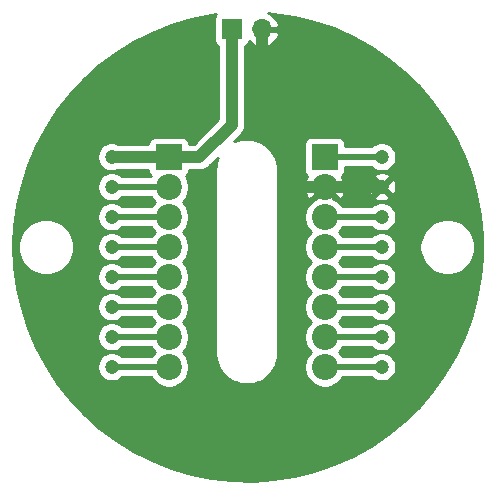
<source format=gbl>
%TF.GenerationSoftware,KiCad,Pcbnew,(5.1.9-0-10_14)*%
%TF.CreationDate,2024-01-22T23:17:15+01:00*%
%TF.ProjectId,berker-sensor,6265726b-6572-42d7-9365-6e736f722e6b,rev?*%
%TF.SameCoordinates,Original*%
%TF.FileFunction,Copper,L2,Bot*%
%TF.FilePolarity,Positive*%
%FSLAX46Y46*%
G04 Gerber Fmt 4.6, Leading zero omitted, Abs format (unit mm)*
G04 Created by KiCad (PCBNEW (5.1.9-0-10_14)) date 2024-01-22 23:17:15*
%MOMM*%
%LPD*%
G01*
G04 APERTURE LIST*
%TA.AperFunction,ComponentPad*%
%ADD10C,1.200000*%
%TD*%
%TA.AperFunction,ComponentPad*%
%ADD11O,1.700000X1.700000*%
%TD*%
%TA.AperFunction,ComponentPad*%
%ADD12R,1.700000X1.700000*%
%TD*%
%TA.AperFunction,ComponentPad*%
%ADD13C,2.200000*%
%TD*%
%TA.AperFunction,ComponentPad*%
%ADD14R,2.200000X2.200000*%
%TD*%
%TA.AperFunction,Conductor*%
%ADD15C,0.500000*%
%TD*%
%TA.AperFunction,Conductor*%
%ADD16C,1.000000*%
%TD*%
%TA.AperFunction,Conductor*%
%ADD17C,0.254000*%
%TD*%
%TA.AperFunction,Conductor*%
%ADD18C,0.100000*%
%TD*%
G04 APERTURE END LIST*
D10*
%TO.P,U1,8*%
%TO.N,Net-(J4-Pad8)*%
X11430000Y-10160000D03*
%TO.P,U1,9*%
%TO.N,Net-(J3-Pad8)*%
X-11430000Y-10160000D03*
%TO.P,U1,7*%
%TO.N,Net-(J4-Pad7)*%
X11430000Y-7620000D03*
%TO.P,U1,10*%
%TO.N,Net-(J3-Pad7)*%
X-11430000Y-7620000D03*
%TO.P,U1,6*%
%TO.N,Net-(J4-Pad6)*%
X11430000Y-5080000D03*
%TO.P,U1,11*%
%TO.N,Net-(J3-Pad6)*%
X-11430000Y-5080000D03*
%TO.P,U1,5*%
%TO.N,Net-(J4-Pad5)*%
X11430000Y-2540000D03*
%TO.P,U1,12*%
%TO.N,Net-(J3-Pad5)*%
X-11430000Y-2540000D03*
%TO.P,U1,4*%
%TO.N,Net-(J4-Pad4)*%
X11430000Y0D03*
%TO.P,U1,13*%
%TO.N,Net-(J3-Pad4)*%
X-11430000Y0D03*
%TO.P,U1,3*%
%TO.N,Net-(J4-Pad3)*%
X11430000Y2540000D03*
%TO.P,U1,14*%
%TO.N,Net-(J3-Pad3)*%
X-11430000Y2540000D03*
%TO.P,U1,2*%
%TO.N,GND*%
X11430000Y5080000D03*
%TO.P,U1,15*%
%TO.N,Net-(J3-Pad2)*%
X-11430000Y5080000D03*
%TO.P,U1,1*%
%TO.N,Net-(J4-Pad1)*%
X11430000Y7620000D03*
%TO.P,U1,16*%
%TO.N,+3V3*%
X-11430000Y7620000D03*
%TD*%
D11*
%TO.P,J1,2*%
%TO.N,GND*%
X1280000Y18400000D03*
D12*
%TO.P,J1,1*%
%TO.N,+3V3*%
X-1260000Y18400000D03*
%TD*%
D13*
%TO.P,J4,8*%
%TO.N,Net-(J4-Pad8)*%
X6600000Y-10180000D03*
%TO.P,J4,7*%
%TO.N,Net-(J4-Pad7)*%
X6600000Y-7640000D03*
%TO.P,J4,6*%
%TO.N,Net-(J4-Pad6)*%
X6600000Y-5100000D03*
%TO.P,J4,5*%
%TO.N,Net-(J4-Pad5)*%
X6600000Y-2560000D03*
%TO.P,J4,4*%
%TO.N,Net-(J4-Pad4)*%
X6600000Y-20000D03*
%TO.P,J4,3*%
%TO.N,Net-(J4-Pad3)*%
X6600000Y2520000D03*
%TO.P,J4,2*%
%TO.N,GND*%
X6600000Y5060000D03*
D14*
%TO.P,J4,1*%
%TO.N,Net-(J4-Pad1)*%
X6600000Y7600000D03*
%TD*%
D13*
%TO.P,J3,8*%
%TO.N,Net-(J3-Pad8)*%
X-6600000Y-10180000D03*
%TO.P,J3,7*%
%TO.N,Net-(J3-Pad7)*%
X-6600000Y-7640000D03*
%TO.P,J3,6*%
%TO.N,Net-(J3-Pad6)*%
X-6600000Y-5100000D03*
%TO.P,J3,5*%
%TO.N,Net-(J3-Pad5)*%
X-6600000Y-2560000D03*
%TO.P,J3,4*%
%TO.N,Net-(J3-Pad4)*%
X-6600000Y-20000D03*
%TO.P,J3,3*%
%TO.N,Net-(J3-Pad3)*%
X-6600000Y2520000D03*
%TO.P,J3,2*%
%TO.N,Net-(J3-Pad2)*%
X-6600000Y5060000D03*
D14*
%TO.P,J3,1*%
%TO.N,+3V3*%
X-6600000Y7600000D03*
%TD*%
D15*
%TO.N,GND*%
X6620000Y5080000D02*
X6600000Y5060000D01*
D16*
X11410000Y5060000D02*
X11430000Y5080000D01*
X6600000Y5060000D02*
X11410000Y5060000D01*
X4540000Y5060000D02*
X6600000Y5060000D01*
X3600000Y6000000D02*
X4540000Y5060000D01*
X1200000Y10500000D02*
X3400000Y8500000D01*
X3400000Y8500000D02*
X3600000Y6000000D01*
X1280000Y18400000D02*
X1200000Y10500000D01*
D15*
%TO.N,Net-(J3-Pad8)*%
X-6620000Y-10160000D02*
X-6600000Y-10180000D01*
X-11430000Y-10160000D02*
X-6620000Y-10160000D01*
%TO.N,Net-(J3-Pad7)*%
X-6620000Y-7620000D02*
X-6600000Y-7640000D01*
X-11430000Y-7620000D02*
X-6620000Y-7620000D01*
%TO.N,Net-(J3-Pad6)*%
X-6620000Y-5080000D02*
X-6600000Y-5100000D01*
X-11430000Y-5080000D02*
X-6620000Y-5080000D01*
%TO.N,Net-(J3-Pad5)*%
X-6620000Y-2540000D02*
X-6600000Y-2560000D01*
X-11430000Y-2540000D02*
X-6620000Y-2540000D01*
%TO.N,Net-(J3-Pad4)*%
X-6620000Y0D02*
X-6600000Y-20000D01*
X-11430000Y0D02*
X-6620000Y0D01*
%TO.N,Net-(J3-Pad3)*%
X-6620000Y2540000D02*
X-6600000Y2520000D01*
X-11430000Y2540000D02*
X-6620000Y2540000D01*
%TO.N,+3V3*%
X-6620000Y7620000D02*
X-6600000Y7600000D01*
X-11430000Y7620000D02*
X-6620000Y7620000D01*
D16*
X-1260000Y18400000D02*
X-1260000Y10340000D01*
X-4000000Y7600000D02*
X-6600000Y7600000D01*
X-1260000Y10340000D02*
X-4000000Y7600000D01*
X-11410000Y7600000D02*
X-11430000Y7620000D01*
X-6600000Y7600000D02*
X-11410000Y7600000D01*
D15*
%TO.N,Net-(J3-Pad2)*%
X-6620000Y5080000D02*
X-6600000Y5060000D01*
X-11430000Y5080000D02*
X-6620000Y5080000D01*
%TO.N,Net-(J4-Pad8)*%
X6620000Y-10160000D02*
X6600000Y-10180000D01*
X11430000Y-10160000D02*
X6620000Y-10160000D01*
%TO.N,Net-(J4-Pad7)*%
X6620000Y-7620000D02*
X6600000Y-7640000D01*
X11430000Y-7620000D02*
X6620000Y-7620000D01*
%TO.N,Net-(J4-Pad6)*%
X6620000Y-5080000D02*
X6600000Y-5100000D01*
X11430000Y-5080000D02*
X6620000Y-5080000D01*
%TO.N,Net-(J4-Pad5)*%
X6620000Y-2540000D02*
X6600000Y-2560000D01*
X11430000Y-2540000D02*
X6620000Y-2540000D01*
%TO.N,Net-(J4-Pad4)*%
X6620000Y0D02*
X6600000Y-20000D01*
X11430000Y0D02*
X6620000Y0D01*
%TO.N,Net-(J4-Pad3)*%
X6620000Y2540000D02*
X6600000Y2520000D01*
X11430000Y2540000D02*
X6620000Y2540000D01*
%TO.N,Net-(J4-Pad1)*%
X6620000Y7620000D02*
X6600000Y7600000D01*
X11430000Y7620000D02*
X6620000Y7620000D01*
D16*
X11410000Y7600000D02*
X11430000Y7620000D01*
%TD*%
D17*
%TO.N,GND*%
X2270244Y19748979D02*
X4004438Y19478241D01*
X5707919Y19055294D01*
X7367353Y18483449D01*
X8969754Y17767180D01*
X10502581Y16912094D01*
X11953837Y15924882D01*
X13312164Y14813272D01*
X14566931Y13585962D01*
X15708318Y12252559D01*
X16727393Y10823497D01*
X17616179Y9309962D01*
X18367721Y7723799D01*
X18976137Y6077421D01*
X19436664Y4383714D01*
X19745700Y2655933D01*
X19900825Y907600D01*
X19900825Y-847600D01*
X19745700Y-2595933D01*
X19436664Y-4323714D01*
X18976137Y-6017421D01*
X18367721Y-7663799D01*
X17616179Y-9249962D01*
X16727393Y-10763497D01*
X15708318Y-12192559D01*
X14566931Y-13525962D01*
X13312164Y-14753272D01*
X11953837Y-15864882D01*
X10502581Y-16852094D01*
X8969754Y-17707180D01*
X7367353Y-18423449D01*
X5707919Y-18995294D01*
X4004438Y-19418241D01*
X2270244Y-19688979D01*
X518908Y-19805389D01*
X-1235864Y-19766560D01*
X-2980336Y-19572796D01*
X-4700858Y-19225614D01*
X-6383963Y-18727731D01*
X-8016478Y-18083043D01*
X-9585628Y-17296596D01*
X-11079131Y-16374544D01*
X-12485299Y-15324105D01*
X-13793126Y-14153499D01*
X-14992377Y-12871889D01*
X-16073666Y-11489303D01*
X-17028532Y-10016563D01*
X-17849499Y-8465195D01*
X-18530144Y-6847341D01*
X-19065139Y-5175662D01*
X-19450298Y-3463242D01*
X-19682606Y-1723483D01*
X-19760244Y30000D01*
X-19751244Y233281D01*
X-19368540Y233281D01*
X-19368540Y-233281D01*
X-19277518Y-690878D01*
X-19098973Y-1121924D01*
X-18839765Y-1509856D01*
X-18509856Y-1839765D01*
X-18121924Y-2098973D01*
X-17690878Y-2277518D01*
X-17233281Y-2368540D01*
X-16766719Y-2368540D01*
X-16309122Y-2277518D01*
X-15878076Y-2098973D01*
X-15490144Y-1839765D01*
X-15160235Y-1509856D01*
X-14901027Y-1121924D01*
X-14722482Y-690878D01*
X-14631460Y-233281D01*
X-14631460Y233281D01*
X-14722482Y690878D01*
X-14901027Y1121924D01*
X-15160235Y1509856D01*
X-15490144Y1839765D01*
X-15878076Y2098973D01*
X-16309122Y2277518D01*
X-16766719Y2368540D01*
X-17233281Y2368540D01*
X-17690878Y2277518D01*
X-18121924Y2098973D01*
X-18509856Y1839765D01*
X-18839765Y1509856D01*
X-19098973Y1121924D01*
X-19277518Y690878D01*
X-19368540Y233281D01*
X-19751244Y233281D01*
X-19682606Y1783483D01*
X-19450298Y3523242D01*
X-19065139Y5235662D01*
X-18530144Y6907341D01*
X-17849499Y8525195D01*
X-17028532Y10076563D01*
X-16073666Y11549303D01*
X-14992377Y12931889D01*
X-13793126Y14213499D01*
X-12485299Y15384105D01*
X-11079131Y16434544D01*
X-9585628Y17356596D01*
X-8016478Y18143043D01*
X-6383963Y18787731D01*
X-4700858Y19285614D01*
X-2980336Y19632796D01*
X-2580900Y19677163D01*
X-2640537Y19604494D01*
X-2699502Y19494180D01*
X-2735812Y19374482D01*
X-2748072Y19250000D01*
X-2748072Y17550000D01*
X-2735812Y17425518D01*
X-2699502Y17305820D01*
X-2640537Y17195506D01*
X-2561185Y17098815D01*
X-2464494Y17019463D01*
X-2395000Y16982317D01*
X-2394999Y10810133D01*
X-4470131Y8735000D01*
X-4865375Y8735000D01*
X-4874188Y8824482D01*
X-4910498Y8944180D01*
X-4969463Y9054494D01*
X-5048815Y9151185D01*
X-5145506Y9230537D01*
X-5255820Y9289502D01*
X-5375518Y9325812D01*
X-5500000Y9338072D01*
X-7700000Y9338072D01*
X-7824482Y9325812D01*
X-7944180Y9289502D01*
X-8054494Y9230537D01*
X-8151185Y9151185D01*
X-8230537Y9054494D01*
X-8289502Y8944180D01*
X-8325812Y8824482D01*
X-8334625Y8735000D01*
X-10894637Y8735000D01*
X-11069764Y8807540D01*
X-11308363Y8855000D01*
X-11551637Y8855000D01*
X-11790236Y8807540D01*
X-12014992Y8714443D01*
X-12217267Y8579287D01*
X-12389287Y8407267D01*
X-12524443Y8204992D01*
X-12617540Y7980236D01*
X-12665000Y7741637D01*
X-12665000Y7498363D01*
X-12617540Y7259764D01*
X-12524443Y7035008D01*
X-12389287Y6832733D01*
X-12217267Y6660713D01*
X-12014992Y6525557D01*
X-11790236Y6432460D01*
X-11551637Y6385000D01*
X-11308363Y6385000D01*
X-11069764Y6432460D01*
X-10991206Y6465000D01*
X-8334625Y6465000D01*
X-8325812Y6375518D01*
X-8289502Y6255820D01*
X-8230537Y6145506D01*
X-8151185Y6048815D01*
X-8070310Y5982443D01*
X-8081965Y5965000D01*
X-10568446Y5965000D01*
X-10642733Y6039287D01*
X-10845008Y6174443D01*
X-11069764Y6267540D01*
X-11308363Y6315000D01*
X-11551637Y6315000D01*
X-11790236Y6267540D01*
X-12014992Y6174443D01*
X-12217267Y6039287D01*
X-12389287Y5867267D01*
X-12524443Y5664992D01*
X-12617540Y5440236D01*
X-12665000Y5201637D01*
X-12665000Y4958363D01*
X-12617540Y4719764D01*
X-12524443Y4495008D01*
X-12389287Y4292733D01*
X-12217267Y4120713D01*
X-12014992Y3985557D01*
X-11790236Y3892460D01*
X-11551637Y3845000D01*
X-11308363Y3845000D01*
X-11069764Y3892460D01*
X-10845008Y3985557D01*
X-10642733Y4120713D01*
X-10568446Y4195000D01*
X-8108692Y4195000D01*
X-7947663Y3954002D01*
X-7783661Y3790000D01*
X-7947663Y3625998D01*
X-8081965Y3425000D01*
X-10568446Y3425000D01*
X-10642733Y3499287D01*
X-10845008Y3634443D01*
X-11069764Y3727540D01*
X-11308363Y3775000D01*
X-11551637Y3775000D01*
X-11790236Y3727540D01*
X-12014992Y3634443D01*
X-12217267Y3499287D01*
X-12389287Y3327267D01*
X-12524443Y3124992D01*
X-12617540Y2900236D01*
X-12665000Y2661637D01*
X-12665000Y2418363D01*
X-12617540Y2179764D01*
X-12524443Y1955008D01*
X-12389287Y1752733D01*
X-12217267Y1580713D01*
X-12014992Y1445557D01*
X-11790236Y1352460D01*
X-11551637Y1305000D01*
X-11308363Y1305000D01*
X-11069764Y1352460D01*
X-10845008Y1445557D01*
X-10642733Y1580713D01*
X-10568446Y1655000D01*
X-8108692Y1655000D01*
X-7947663Y1414002D01*
X-7783661Y1250000D01*
X-7947663Y1085998D01*
X-8081965Y885000D01*
X-10568446Y885000D01*
X-10642733Y959287D01*
X-10845008Y1094443D01*
X-11069764Y1187540D01*
X-11308363Y1235000D01*
X-11551637Y1235000D01*
X-11790236Y1187540D01*
X-12014992Y1094443D01*
X-12217267Y959287D01*
X-12389287Y787267D01*
X-12524443Y584992D01*
X-12617540Y360236D01*
X-12665000Y121637D01*
X-12665000Y-121637D01*
X-12617540Y-360236D01*
X-12524443Y-584992D01*
X-12389287Y-787267D01*
X-12217267Y-959287D01*
X-12014992Y-1094443D01*
X-11790236Y-1187540D01*
X-11551637Y-1235000D01*
X-11308363Y-1235000D01*
X-11069764Y-1187540D01*
X-10845008Y-1094443D01*
X-10642733Y-959287D01*
X-10568446Y-885000D01*
X-8108692Y-885000D01*
X-7947663Y-1125998D01*
X-7783661Y-1290000D01*
X-7947663Y-1454002D01*
X-8081965Y-1655000D01*
X-10568446Y-1655000D01*
X-10642733Y-1580713D01*
X-10845008Y-1445557D01*
X-11069764Y-1352460D01*
X-11308363Y-1305000D01*
X-11551637Y-1305000D01*
X-11790236Y-1352460D01*
X-12014992Y-1445557D01*
X-12217267Y-1580713D01*
X-12389287Y-1752733D01*
X-12524443Y-1955008D01*
X-12617540Y-2179764D01*
X-12665000Y-2418363D01*
X-12665000Y-2661637D01*
X-12617540Y-2900236D01*
X-12524443Y-3124992D01*
X-12389287Y-3327267D01*
X-12217267Y-3499287D01*
X-12014992Y-3634443D01*
X-11790236Y-3727540D01*
X-11551637Y-3775000D01*
X-11308363Y-3775000D01*
X-11069764Y-3727540D01*
X-10845008Y-3634443D01*
X-10642733Y-3499287D01*
X-10568446Y-3425000D01*
X-8108692Y-3425000D01*
X-7947663Y-3665998D01*
X-7783661Y-3830000D01*
X-7947663Y-3994002D01*
X-8081965Y-4195000D01*
X-10568446Y-4195000D01*
X-10642733Y-4120713D01*
X-10845008Y-3985557D01*
X-11069764Y-3892460D01*
X-11308363Y-3845000D01*
X-11551637Y-3845000D01*
X-11790236Y-3892460D01*
X-12014992Y-3985557D01*
X-12217267Y-4120713D01*
X-12389287Y-4292733D01*
X-12524443Y-4495008D01*
X-12617540Y-4719764D01*
X-12665000Y-4958363D01*
X-12665000Y-5201637D01*
X-12617540Y-5440236D01*
X-12524443Y-5664992D01*
X-12389287Y-5867267D01*
X-12217267Y-6039287D01*
X-12014992Y-6174443D01*
X-11790236Y-6267540D01*
X-11551637Y-6315000D01*
X-11308363Y-6315000D01*
X-11069764Y-6267540D01*
X-10845008Y-6174443D01*
X-10642733Y-6039287D01*
X-10568446Y-5965000D01*
X-8108692Y-5965000D01*
X-7947663Y-6205998D01*
X-7783661Y-6370000D01*
X-7947663Y-6534002D01*
X-8081965Y-6735000D01*
X-10568446Y-6735000D01*
X-10642733Y-6660713D01*
X-10845008Y-6525557D01*
X-11069764Y-6432460D01*
X-11308363Y-6385000D01*
X-11551637Y-6385000D01*
X-11790236Y-6432460D01*
X-12014992Y-6525557D01*
X-12217267Y-6660713D01*
X-12389287Y-6832733D01*
X-12524443Y-7035008D01*
X-12617540Y-7259764D01*
X-12665000Y-7498363D01*
X-12665000Y-7741637D01*
X-12617540Y-7980236D01*
X-12524443Y-8204992D01*
X-12389287Y-8407267D01*
X-12217267Y-8579287D01*
X-12014992Y-8714443D01*
X-11790236Y-8807540D01*
X-11551637Y-8855000D01*
X-11308363Y-8855000D01*
X-11069764Y-8807540D01*
X-10845008Y-8714443D01*
X-10642733Y-8579287D01*
X-10568446Y-8505000D01*
X-8108692Y-8505000D01*
X-7947663Y-8745998D01*
X-7783661Y-8910000D01*
X-7947663Y-9074002D01*
X-8081965Y-9275000D01*
X-10568446Y-9275000D01*
X-10642733Y-9200713D01*
X-10845008Y-9065557D01*
X-11069764Y-8972460D01*
X-11308363Y-8925000D01*
X-11551637Y-8925000D01*
X-11790236Y-8972460D01*
X-12014992Y-9065557D01*
X-12217267Y-9200713D01*
X-12389287Y-9372733D01*
X-12524443Y-9575008D01*
X-12617540Y-9799764D01*
X-12665000Y-10038363D01*
X-12665000Y-10281637D01*
X-12617540Y-10520236D01*
X-12524443Y-10744992D01*
X-12389287Y-10947267D01*
X-12217267Y-11119287D01*
X-12014992Y-11254443D01*
X-11790236Y-11347540D01*
X-11551637Y-11395000D01*
X-11308363Y-11395000D01*
X-11069764Y-11347540D01*
X-10845008Y-11254443D01*
X-10642733Y-11119287D01*
X-10568446Y-11045000D01*
X-8108692Y-11045000D01*
X-7947663Y-11285998D01*
X-7705998Y-11527663D01*
X-7421831Y-11717537D01*
X-7106081Y-11848325D01*
X-6770883Y-11915000D01*
X-6429117Y-11915000D01*
X-6093919Y-11848325D01*
X-5778169Y-11717537D01*
X-5494002Y-11527663D01*
X-5252337Y-11285998D01*
X-5062463Y-11001831D01*
X-4931675Y-10686081D01*
X-4865000Y-10350883D01*
X-4865000Y-10009117D01*
X-4931675Y-9673919D01*
X-5062463Y-9358169D01*
X-5252337Y-9074002D01*
X-5416339Y-8910000D01*
X-5252337Y-8745998D01*
X-5062463Y-8461831D01*
X-4931675Y-8146081D01*
X-4865000Y-7810883D01*
X-4865000Y-7469117D01*
X-4931675Y-7133919D01*
X-5062463Y-6818169D01*
X-5252337Y-6534002D01*
X-5416339Y-6370000D01*
X-5252337Y-6205998D01*
X-5062463Y-5921831D01*
X-4931675Y-5606081D01*
X-4865000Y-5270883D01*
X-4865000Y-4929117D01*
X-4931675Y-4593919D01*
X-5062463Y-4278169D01*
X-5252337Y-3994002D01*
X-5416339Y-3830000D01*
X-5252337Y-3665998D01*
X-5062463Y-3381831D01*
X-4931675Y-3066081D01*
X-4865000Y-2730883D01*
X-4865000Y-2389117D01*
X-4931675Y-2053919D01*
X-5062463Y-1738169D01*
X-5252337Y-1454002D01*
X-5416339Y-1290000D01*
X-5252337Y-1125998D01*
X-5062463Y-841831D01*
X-4931675Y-526081D01*
X-4865000Y-190883D01*
X-4865000Y150883D01*
X-4931675Y486081D01*
X-5062463Y801831D01*
X-5252337Y1085998D01*
X-5416339Y1250000D01*
X-5252337Y1414002D01*
X-5062463Y1698169D01*
X-4931675Y2013919D01*
X-4865000Y2349117D01*
X-4865000Y2690883D01*
X-4931675Y3026081D01*
X-5062463Y3341831D01*
X-5252337Y3625998D01*
X-5416339Y3790000D01*
X-5252337Y3954002D01*
X-5062463Y4238169D01*
X-4931675Y4553919D01*
X-4865000Y4889117D01*
X-4865000Y5230883D01*
X-4931675Y5566081D01*
X-5062463Y5881831D01*
X-5129690Y5982443D01*
X-5048815Y6048815D01*
X-4969463Y6145506D01*
X-4910498Y6255820D01*
X-4874188Y6375518D01*
X-4865375Y6465000D01*
X-4055751Y6465000D01*
X-4000000Y6459509D01*
X-3944249Y6465000D01*
X-3944248Y6465000D01*
X-3777501Y6481423D01*
X-3563553Y6546324D01*
X-3366377Y6651716D01*
X-3193551Y6793551D01*
X-3158004Y6836865D01*
X-2438120Y7556748D01*
X-2454632Y7516687D01*
X-2478198Y7461704D01*
X-2480923Y7452901D01*
X-2593741Y7079230D01*
X-2605361Y7020542D01*
X-2617797Y6962039D01*
X-2618760Y6952874D01*
X-2656850Y6564405D01*
X-2660000Y6532418D01*
X-2659999Y-9032419D01*
X-2656655Y-9066372D01*
X-2656655Y-9092329D01*
X-2655692Y-9101494D01*
X-2612182Y-9489393D01*
X-2599751Y-9547873D01*
X-2588127Y-9606583D01*
X-2585401Y-9615386D01*
X-2467377Y-9987447D01*
X-2443811Y-10042430D01*
X-2421016Y-10097736D01*
X-2416633Y-10105842D01*
X-2228589Y-10447892D01*
X-2194812Y-10497221D01*
X-2161691Y-10547074D01*
X-2155816Y-10554174D01*
X-1904916Y-10853185D01*
X-1862186Y-10895029D01*
X-1820027Y-10937484D01*
X-1812886Y-10943308D01*
X-1508684Y-11187892D01*
X-1458639Y-11220640D01*
X-1409038Y-11254097D01*
X-1400901Y-11258423D01*
X-1054989Y-11439262D01*
X-999540Y-11461665D01*
X-944381Y-11484852D01*
X-935559Y-11487515D01*
X-561109Y-11597722D01*
X-502379Y-11608925D01*
X-443750Y-11620960D01*
X-434579Y-11621859D01*
X-45853Y-11657235D01*
X13964Y-11656817D01*
X73781Y-11657235D01*
X82952Y-11656335D01*
X82954Y-11656335D01*
X471145Y-11615534D01*
X529708Y-11603513D01*
X588501Y-11592298D01*
X597323Y-11589634D01*
X970198Y-11474210D01*
X1025353Y-11451025D01*
X1080806Y-11428621D01*
X1088943Y-11424294D01*
X1432298Y-11238643D01*
X1481849Y-11205220D01*
X1531946Y-11172438D01*
X1539087Y-11166613D01*
X1839841Y-10917806D01*
X1881981Y-10875371D01*
X1924730Y-10833508D01*
X1930604Y-10826408D01*
X2177305Y-10523923D01*
X2210409Y-10474096D01*
X2244204Y-10424741D01*
X2248587Y-10416635D01*
X2431837Y-10071993D01*
X2454631Y-10016689D01*
X2478198Y-9961705D01*
X2480923Y-9952902D01*
X2593741Y-9579230D01*
X2605361Y-9520542D01*
X2617797Y-9462039D01*
X2618760Y-9452874D01*
X2656850Y-9064405D01*
X2656850Y-9064402D01*
X2660000Y-9032419D01*
X2660000Y2690883D01*
X4865000Y2690883D01*
X4865000Y2349117D01*
X4931675Y2013919D01*
X5062463Y1698169D01*
X5252337Y1414002D01*
X5416339Y1250000D01*
X5252337Y1085998D01*
X5062463Y801831D01*
X4931675Y486081D01*
X4865000Y150883D01*
X4865000Y-190883D01*
X4931675Y-526081D01*
X5062463Y-841831D01*
X5252337Y-1125998D01*
X5416339Y-1290000D01*
X5252337Y-1454002D01*
X5062463Y-1738169D01*
X4931675Y-2053919D01*
X4865000Y-2389117D01*
X4865000Y-2730883D01*
X4931675Y-3066081D01*
X5062463Y-3381831D01*
X5252337Y-3665998D01*
X5416339Y-3830000D01*
X5252337Y-3994002D01*
X5062463Y-4278169D01*
X4931675Y-4593919D01*
X4865000Y-4929117D01*
X4865000Y-5270883D01*
X4931675Y-5606081D01*
X5062463Y-5921831D01*
X5252337Y-6205998D01*
X5416339Y-6370000D01*
X5252337Y-6534002D01*
X5062463Y-6818169D01*
X4931675Y-7133919D01*
X4865000Y-7469117D01*
X4865000Y-7810883D01*
X4931675Y-8146081D01*
X5062463Y-8461831D01*
X5252337Y-8745998D01*
X5416339Y-8910000D01*
X5252337Y-9074002D01*
X5062463Y-9358169D01*
X4931675Y-9673919D01*
X4865000Y-10009117D01*
X4865000Y-10350883D01*
X4931675Y-10686081D01*
X5062463Y-11001831D01*
X5252337Y-11285998D01*
X5494002Y-11527663D01*
X5778169Y-11717537D01*
X6093919Y-11848325D01*
X6429117Y-11915000D01*
X6770883Y-11915000D01*
X7106081Y-11848325D01*
X7421831Y-11717537D01*
X7705998Y-11527663D01*
X7947663Y-11285998D01*
X8108692Y-11045000D01*
X10568446Y-11045000D01*
X10642733Y-11119287D01*
X10845008Y-11254443D01*
X11069764Y-11347540D01*
X11308363Y-11395000D01*
X11551637Y-11395000D01*
X11790236Y-11347540D01*
X12014992Y-11254443D01*
X12217267Y-11119287D01*
X12389287Y-10947267D01*
X12524443Y-10744992D01*
X12617540Y-10520236D01*
X12665000Y-10281637D01*
X12665000Y-10038363D01*
X12617540Y-9799764D01*
X12524443Y-9575008D01*
X12389287Y-9372733D01*
X12217267Y-9200713D01*
X12014992Y-9065557D01*
X11790236Y-8972460D01*
X11551637Y-8925000D01*
X11308363Y-8925000D01*
X11069764Y-8972460D01*
X10845008Y-9065557D01*
X10642733Y-9200713D01*
X10568446Y-9275000D01*
X8081965Y-9275000D01*
X7947663Y-9074002D01*
X7783661Y-8910000D01*
X7947663Y-8745998D01*
X8108692Y-8505000D01*
X10568446Y-8505000D01*
X10642733Y-8579287D01*
X10845008Y-8714443D01*
X11069764Y-8807540D01*
X11308363Y-8855000D01*
X11551637Y-8855000D01*
X11790236Y-8807540D01*
X12014992Y-8714443D01*
X12217267Y-8579287D01*
X12389287Y-8407267D01*
X12524443Y-8204992D01*
X12617540Y-7980236D01*
X12665000Y-7741637D01*
X12665000Y-7498363D01*
X12617540Y-7259764D01*
X12524443Y-7035008D01*
X12389287Y-6832733D01*
X12217267Y-6660713D01*
X12014992Y-6525557D01*
X11790236Y-6432460D01*
X11551637Y-6385000D01*
X11308363Y-6385000D01*
X11069764Y-6432460D01*
X10845008Y-6525557D01*
X10642733Y-6660713D01*
X10568446Y-6735000D01*
X8081965Y-6735000D01*
X7947663Y-6534002D01*
X7783661Y-6370000D01*
X7947663Y-6205998D01*
X8108692Y-5965000D01*
X10568446Y-5965000D01*
X10642733Y-6039287D01*
X10845008Y-6174443D01*
X11069764Y-6267540D01*
X11308363Y-6315000D01*
X11551637Y-6315000D01*
X11790236Y-6267540D01*
X12014992Y-6174443D01*
X12217267Y-6039287D01*
X12389287Y-5867267D01*
X12524443Y-5664992D01*
X12617540Y-5440236D01*
X12665000Y-5201637D01*
X12665000Y-4958363D01*
X12617540Y-4719764D01*
X12524443Y-4495008D01*
X12389287Y-4292733D01*
X12217267Y-4120713D01*
X12014992Y-3985557D01*
X11790236Y-3892460D01*
X11551637Y-3845000D01*
X11308363Y-3845000D01*
X11069764Y-3892460D01*
X10845008Y-3985557D01*
X10642733Y-4120713D01*
X10568446Y-4195000D01*
X8081965Y-4195000D01*
X7947663Y-3994002D01*
X7783661Y-3830000D01*
X7947663Y-3665998D01*
X8108692Y-3425000D01*
X10568446Y-3425000D01*
X10642733Y-3499287D01*
X10845008Y-3634443D01*
X11069764Y-3727540D01*
X11308363Y-3775000D01*
X11551637Y-3775000D01*
X11790236Y-3727540D01*
X12014992Y-3634443D01*
X12217267Y-3499287D01*
X12389287Y-3327267D01*
X12524443Y-3124992D01*
X12617540Y-2900236D01*
X12665000Y-2661637D01*
X12665000Y-2418363D01*
X12617540Y-2179764D01*
X12524443Y-1955008D01*
X12389287Y-1752733D01*
X12217267Y-1580713D01*
X12014992Y-1445557D01*
X11790236Y-1352460D01*
X11551637Y-1305000D01*
X11308363Y-1305000D01*
X11069764Y-1352460D01*
X10845008Y-1445557D01*
X10642733Y-1580713D01*
X10568446Y-1655000D01*
X8081965Y-1655000D01*
X7947663Y-1454002D01*
X7783661Y-1290000D01*
X7947663Y-1125998D01*
X8108692Y-885000D01*
X10568446Y-885000D01*
X10642733Y-959287D01*
X10845008Y-1094443D01*
X11069764Y-1187540D01*
X11308363Y-1235000D01*
X11551637Y-1235000D01*
X11790236Y-1187540D01*
X12014992Y-1094443D01*
X12217267Y-959287D01*
X12389287Y-787267D01*
X12524443Y-584992D01*
X12617540Y-360236D01*
X12665000Y-121637D01*
X12665000Y121637D01*
X12642793Y233281D01*
X14631460Y233281D01*
X14631460Y-233281D01*
X14722482Y-690878D01*
X14901027Y-1121924D01*
X15160235Y-1509856D01*
X15490144Y-1839765D01*
X15878076Y-2098973D01*
X16309122Y-2277518D01*
X16766719Y-2368540D01*
X17233281Y-2368540D01*
X17690878Y-2277518D01*
X18121924Y-2098973D01*
X18509856Y-1839765D01*
X18839765Y-1509856D01*
X19098973Y-1121924D01*
X19277518Y-690878D01*
X19368540Y-233281D01*
X19368540Y233281D01*
X19277518Y690878D01*
X19098973Y1121924D01*
X18839765Y1509856D01*
X18509856Y1839765D01*
X18121924Y2098973D01*
X17690878Y2277518D01*
X17233281Y2368540D01*
X16766719Y2368540D01*
X16309122Y2277518D01*
X15878076Y2098973D01*
X15490144Y1839765D01*
X15160235Y1509856D01*
X14901027Y1121924D01*
X14722482Y690878D01*
X14631460Y233281D01*
X12642793Y233281D01*
X12617540Y360236D01*
X12524443Y584992D01*
X12389287Y787267D01*
X12217267Y959287D01*
X12014992Y1094443D01*
X11790236Y1187540D01*
X11551637Y1235000D01*
X11308363Y1235000D01*
X11069764Y1187540D01*
X10845008Y1094443D01*
X10642733Y959287D01*
X10568446Y885000D01*
X8081965Y885000D01*
X7947663Y1085998D01*
X7783661Y1250000D01*
X7947663Y1414002D01*
X8108692Y1655000D01*
X10568446Y1655000D01*
X10642733Y1580713D01*
X10845008Y1445557D01*
X11069764Y1352460D01*
X11308363Y1305000D01*
X11551637Y1305000D01*
X11790236Y1352460D01*
X12014992Y1445557D01*
X12217267Y1580713D01*
X12389287Y1752733D01*
X12524443Y1955008D01*
X12617540Y2179764D01*
X12665000Y2418363D01*
X12665000Y2661637D01*
X12617540Y2900236D01*
X12524443Y3124992D01*
X12389287Y3327267D01*
X12217267Y3499287D01*
X12014992Y3634443D01*
X11790236Y3727540D01*
X11551637Y3775000D01*
X11308363Y3775000D01*
X11069764Y3727540D01*
X10845008Y3634443D01*
X10642733Y3499287D01*
X10568446Y3425000D01*
X8081965Y3425000D01*
X7947663Y3625998D01*
X7705998Y3867663D01*
X7424926Y4055469D01*
X6600000Y4880395D01*
X5775074Y4055469D01*
X5494002Y3867663D01*
X5252337Y3625998D01*
X5062463Y3341831D01*
X4931675Y3026081D01*
X4865000Y2690883D01*
X2660000Y2690883D01*
X2660000Y5001361D01*
X4857591Y5001361D01*
X4902511Y4662561D01*
X5012664Y4339034D01*
X5118662Y4140726D01*
X5393288Y4032893D01*
X6420395Y5060000D01*
X6406253Y5074143D01*
X6585858Y5253748D01*
X6600000Y5239605D01*
X6614143Y5253748D01*
X6793748Y5074143D01*
X6779605Y5060000D01*
X7806712Y4032893D01*
X8081338Y4140726D01*
X8125377Y4230236D01*
X10759841Y4230236D01*
X10807148Y4006652D01*
X11028516Y3905763D01*
X11265313Y3850000D01*
X11508438Y3841505D01*
X11748549Y3880605D01*
X11976418Y3965798D01*
X12052852Y4006652D01*
X12100159Y4230236D01*
X11430000Y4900395D01*
X10759841Y4230236D01*
X8125377Y4230236D01*
X8232216Y4447384D01*
X8320369Y4777585D01*
X8334843Y5001562D01*
X10191505Y5001562D01*
X10230605Y4761451D01*
X10315798Y4533582D01*
X10356652Y4457148D01*
X10580236Y4409841D01*
X11250395Y5080000D01*
X11609605Y5080000D01*
X12279764Y4409841D01*
X12503348Y4457148D01*
X12604237Y4678516D01*
X12660000Y4915313D01*
X12668495Y5158438D01*
X12629395Y5398549D01*
X12544202Y5626418D01*
X12503348Y5702852D01*
X12279764Y5750159D01*
X11609605Y5080000D01*
X11250395Y5080000D01*
X10580236Y5750159D01*
X10356652Y5702852D01*
X10255763Y5481484D01*
X10200000Y5244687D01*
X10191505Y5001562D01*
X8334843Y5001562D01*
X8342409Y5118639D01*
X8297489Y5457439D01*
X8187336Y5780966D01*
X8107802Y5929764D01*
X10759841Y5929764D01*
X11430000Y5259605D01*
X12100159Y5929764D01*
X12052852Y6153348D01*
X11831484Y6254237D01*
X11594687Y6310000D01*
X11351562Y6318495D01*
X11111451Y6279395D01*
X10883582Y6194202D01*
X10807148Y6153348D01*
X10759841Y5929764D01*
X8107802Y5929764D01*
X8081338Y5979274D01*
X8071267Y5983228D01*
X8151185Y6048815D01*
X8230537Y6145506D01*
X8289502Y6255820D01*
X8325812Y6375518D01*
X8338072Y6500000D01*
X8338072Y6735000D01*
X10568446Y6735000D01*
X10642733Y6660713D01*
X10845008Y6525557D01*
X11069764Y6432460D01*
X11308363Y6385000D01*
X11551637Y6385000D01*
X11790236Y6432460D01*
X12014992Y6525557D01*
X12217267Y6660713D01*
X12389287Y6832733D01*
X12524443Y7035008D01*
X12617540Y7259764D01*
X12665000Y7498363D01*
X12665000Y7741637D01*
X12617540Y7980236D01*
X12524443Y8204992D01*
X12389287Y8407267D01*
X12217267Y8579287D01*
X12014992Y8714443D01*
X11790236Y8807540D01*
X11551637Y8855000D01*
X11308363Y8855000D01*
X11069764Y8807540D01*
X10845008Y8714443D01*
X10642733Y8579287D01*
X10568446Y8505000D01*
X8338072Y8505000D01*
X8338072Y8700000D01*
X8325812Y8824482D01*
X8289502Y8944180D01*
X8230537Y9054494D01*
X8151185Y9151185D01*
X8054494Y9230537D01*
X7944180Y9289502D01*
X7824482Y9325812D01*
X7700000Y9338072D01*
X5500000Y9338072D01*
X5375518Y9325812D01*
X5255820Y9289502D01*
X5145506Y9230537D01*
X5048815Y9151185D01*
X4969463Y9054494D01*
X4910498Y8944180D01*
X4874188Y8824482D01*
X4861928Y8700000D01*
X4861928Y6500000D01*
X4874188Y6375518D01*
X4910498Y6255820D01*
X4969463Y6145506D01*
X5048815Y6048815D01*
X5128733Y5983228D01*
X5118662Y5979274D01*
X4967784Y5672616D01*
X4879631Y5342415D01*
X4857591Y5001361D01*
X2660000Y5001361D01*
X2660000Y6532419D01*
X2656655Y6566382D01*
X2656655Y6592329D01*
X2655692Y6601493D01*
X2612182Y6989393D01*
X2599751Y7047873D01*
X2588127Y7106583D01*
X2585401Y7115386D01*
X2467377Y7487447D01*
X2443834Y7542377D01*
X2421017Y7597736D01*
X2416633Y7605842D01*
X2228589Y7947892D01*
X2194823Y7997205D01*
X2161691Y8047074D01*
X2155816Y8054174D01*
X1904916Y8353185D01*
X1862203Y8395013D01*
X1820027Y8437484D01*
X1812886Y8443308D01*
X1508685Y8687892D01*
X1458622Y8720652D01*
X1409038Y8754097D01*
X1400901Y8758423D01*
X1054988Y8939262D01*
X999553Y8961659D01*
X944381Y8984852D01*
X935559Y8987515D01*
X561109Y9097722D01*
X502379Y9108925D01*
X443750Y9120960D01*
X434579Y9121859D01*
X45853Y9157235D01*
X-13964Y9156817D01*
X-73781Y9157235D01*
X-82953Y9156335D01*
X-82955Y9156335D01*
X-471145Y9115534D01*
X-529701Y9103514D01*
X-588502Y9092298D01*
X-597323Y9089634D01*
X-970198Y8974210D01*
X-1025353Y8951025D01*
X-1056378Y8938490D01*
X-496859Y9498009D01*
X-453551Y9533551D01*
X-311716Y9706377D01*
X-206324Y9903553D01*
X-156529Y10067705D01*
X-141423Y10117500D01*
X-139356Y10138493D01*
X-125000Y10284248D01*
X-125000Y10284255D01*
X-119510Y10339999D01*
X-125000Y10395743D01*
X-125000Y16982317D01*
X-55506Y17019463D01*
X41185Y17098815D01*
X120537Y17195506D01*
X179502Y17305820D01*
X203966Y17386466D01*
X279731Y17302412D01*
X513080Y17128359D01*
X775901Y17003175D01*
X923110Y16958524D01*
X1153000Y17079845D01*
X1153000Y18273000D01*
X1407000Y18273000D01*
X1407000Y17079845D01*
X1636890Y16958524D01*
X1784099Y17003175D01*
X2046920Y17128359D01*
X2280269Y17302412D01*
X2475178Y17518645D01*
X2624157Y17768748D01*
X2721481Y18043109D01*
X2600814Y18273000D01*
X1407000Y18273000D01*
X1153000Y18273000D01*
X1133000Y18273000D01*
X1133000Y18527000D01*
X1153000Y18527000D01*
X1153000Y18547000D01*
X1407000Y18547000D01*
X1407000Y18527000D01*
X2600814Y18527000D01*
X2721481Y18756891D01*
X2624157Y19031252D01*
X2475178Y19281355D01*
X2280269Y19497588D01*
X2046920Y19671641D01*
X1821997Y19778774D01*
X2270244Y19748979D01*
%TA.AperFunction,Conductor*%
D18*
G36*
X2270244Y19748979D02*
G01*
X4004438Y19478241D01*
X5707919Y19055294D01*
X7367353Y18483449D01*
X8969754Y17767180D01*
X10502581Y16912094D01*
X11953837Y15924882D01*
X13312164Y14813272D01*
X14566931Y13585962D01*
X15708318Y12252559D01*
X16727393Y10823497D01*
X17616179Y9309962D01*
X18367721Y7723799D01*
X18976137Y6077421D01*
X19436664Y4383714D01*
X19745700Y2655933D01*
X19900825Y907600D01*
X19900825Y-847600D01*
X19745700Y-2595933D01*
X19436664Y-4323714D01*
X18976137Y-6017421D01*
X18367721Y-7663799D01*
X17616179Y-9249962D01*
X16727393Y-10763497D01*
X15708318Y-12192559D01*
X14566931Y-13525962D01*
X13312164Y-14753272D01*
X11953837Y-15864882D01*
X10502581Y-16852094D01*
X8969754Y-17707180D01*
X7367353Y-18423449D01*
X5707919Y-18995294D01*
X4004438Y-19418241D01*
X2270244Y-19688979D01*
X518908Y-19805389D01*
X-1235864Y-19766560D01*
X-2980336Y-19572796D01*
X-4700858Y-19225614D01*
X-6383963Y-18727731D01*
X-8016478Y-18083043D01*
X-9585628Y-17296596D01*
X-11079131Y-16374544D01*
X-12485299Y-15324105D01*
X-13793126Y-14153499D01*
X-14992377Y-12871889D01*
X-16073666Y-11489303D01*
X-17028532Y-10016563D01*
X-17849499Y-8465195D01*
X-18530144Y-6847341D01*
X-19065139Y-5175662D01*
X-19450298Y-3463242D01*
X-19682606Y-1723483D01*
X-19760244Y30000D01*
X-19751244Y233281D01*
X-19368540Y233281D01*
X-19368540Y-233281D01*
X-19277518Y-690878D01*
X-19098973Y-1121924D01*
X-18839765Y-1509856D01*
X-18509856Y-1839765D01*
X-18121924Y-2098973D01*
X-17690878Y-2277518D01*
X-17233281Y-2368540D01*
X-16766719Y-2368540D01*
X-16309122Y-2277518D01*
X-15878076Y-2098973D01*
X-15490144Y-1839765D01*
X-15160235Y-1509856D01*
X-14901027Y-1121924D01*
X-14722482Y-690878D01*
X-14631460Y-233281D01*
X-14631460Y233281D01*
X-14722482Y690878D01*
X-14901027Y1121924D01*
X-15160235Y1509856D01*
X-15490144Y1839765D01*
X-15878076Y2098973D01*
X-16309122Y2277518D01*
X-16766719Y2368540D01*
X-17233281Y2368540D01*
X-17690878Y2277518D01*
X-18121924Y2098973D01*
X-18509856Y1839765D01*
X-18839765Y1509856D01*
X-19098973Y1121924D01*
X-19277518Y690878D01*
X-19368540Y233281D01*
X-19751244Y233281D01*
X-19682606Y1783483D01*
X-19450298Y3523242D01*
X-19065139Y5235662D01*
X-18530144Y6907341D01*
X-17849499Y8525195D01*
X-17028532Y10076563D01*
X-16073666Y11549303D01*
X-14992377Y12931889D01*
X-13793126Y14213499D01*
X-12485299Y15384105D01*
X-11079131Y16434544D01*
X-9585628Y17356596D01*
X-8016478Y18143043D01*
X-6383963Y18787731D01*
X-4700858Y19285614D01*
X-2980336Y19632796D01*
X-2580900Y19677163D01*
X-2640537Y19604494D01*
X-2699502Y19494180D01*
X-2735812Y19374482D01*
X-2748072Y19250000D01*
X-2748072Y17550000D01*
X-2735812Y17425518D01*
X-2699502Y17305820D01*
X-2640537Y17195506D01*
X-2561185Y17098815D01*
X-2464494Y17019463D01*
X-2395000Y16982317D01*
X-2394999Y10810133D01*
X-4470131Y8735000D01*
X-4865375Y8735000D01*
X-4874188Y8824482D01*
X-4910498Y8944180D01*
X-4969463Y9054494D01*
X-5048815Y9151185D01*
X-5145506Y9230537D01*
X-5255820Y9289502D01*
X-5375518Y9325812D01*
X-5500000Y9338072D01*
X-7700000Y9338072D01*
X-7824482Y9325812D01*
X-7944180Y9289502D01*
X-8054494Y9230537D01*
X-8151185Y9151185D01*
X-8230537Y9054494D01*
X-8289502Y8944180D01*
X-8325812Y8824482D01*
X-8334625Y8735000D01*
X-10894637Y8735000D01*
X-11069764Y8807540D01*
X-11308363Y8855000D01*
X-11551637Y8855000D01*
X-11790236Y8807540D01*
X-12014992Y8714443D01*
X-12217267Y8579287D01*
X-12389287Y8407267D01*
X-12524443Y8204992D01*
X-12617540Y7980236D01*
X-12665000Y7741637D01*
X-12665000Y7498363D01*
X-12617540Y7259764D01*
X-12524443Y7035008D01*
X-12389287Y6832733D01*
X-12217267Y6660713D01*
X-12014992Y6525557D01*
X-11790236Y6432460D01*
X-11551637Y6385000D01*
X-11308363Y6385000D01*
X-11069764Y6432460D01*
X-10991206Y6465000D01*
X-8334625Y6465000D01*
X-8325812Y6375518D01*
X-8289502Y6255820D01*
X-8230537Y6145506D01*
X-8151185Y6048815D01*
X-8070310Y5982443D01*
X-8081965Y5965000D01*
X-10568446Y5965000D01*
X-10642733Y6039287D01*
X-10845008Y6174443D01*
X-11069764Y6267540D01*
X-11308363Y6315000D01*
X-11551637Y6315000D01*
X-11790236Y6267540D01*
X-12014992Y6174443D01*
X-12217267Y6039287D01*
X-12389287Y5867267D01*
X-12524443Y5664992D01*
X-12617540Y5440236D01*
X-12665000Y5201637D01*
X-12665000Y4958363D01*
X-12617540Y4719764D01*
X-12524443Y4495008D01*
X-12389287Y4292733D01*
X-12217267Y4120713D01*
X-12014992Y3985557D01*
X-11790236Y3892460D01*
X-11551637Y3845000D01*
X-11308363Y3845000D01*
X-11069764Y3892460D01*
X-10845008Y3985557D01*
X-10642733Y4120713D01*
X-10568446Y4195000D01*
X-8108692Y4195000D01*
X-7947663Y3954002D01*
X-7783661Y3790000D01*
X-7947663Y3625998D01*
X-8081965Y3425000D01*
X-10568446Y3425000D01*
X-10642733Y3499287D01*
X-10845008Y3634443D01*
X-11069764Y3727540D01*
X-11308363Y3775000D01*
X-11551637Y3775000D01*
X-11790236Y3727540D01*
X-12014992Y3634443D01*
X-12217267Y3499287D01*
X-12389287Y3327267D01*
X-12524443Y3124992D01*
X-12617540Y2900236D01*
X-12665000Y2661637D01*
X-12665000Y2418363D01*
X-12617540Y2179764D01*
X-12524443Y1955008D01*
X-12389287Y1752733D01*
X-12217267Y1580713D01*
X-12014992Y1445557D01*
X-11790236Y1352460D01*
X-11551637Y1305000D01*
X-11308363Y1305000D01*
X-11069764Y1352460D01*
X-10845008Y1445557D01*
X-10642733Y1580713D01*
X-10568446Y1655000D01*
X-8108692Y1655000D01*
X-7947663Y1414002D01*
X-7783661Y1250000D01*
X-7947663Y1085998D01*
X-8081965Y885000D01*
X-10568446Y885000D01*
X-10642733Y959287D01*
X-10845008Y1094443D01*
X-11069764Y1187540D01*
X-11308363Y1235000D01*
X-11551637Y1235000D01*
X-11790236Y1187540D01*
X-12014992Y1094443D01*
X-12217267Y959287D01*
X-12389287Y787267D01*
X-12524443Y584992D01*
X-12617540Y360236D01*
X-12665000Y121637D01*
X-12665000Y-121637D01*
X-12617540Y-360236D01*
X-12524443Y-584992D01*
X-12389287Y-787267D01*
X-12217267Y-959287D01*
X-12014992Y-1094443D01*
X-11790236Y-1187540D01*
X-11551637Y-1235000D01*
X-11308363Y-1235000D01*
X-11069764Y-1187540D01*
X-10845008Y-1094443D01*
X-10642733Y-959287D01*
X-10568446Y-885000D01*
X-8108692Y-885000D01*
X-7947663Y-1125998D01*
X-7783661Y-1290000D01*
X-7947663Y-1454002D01*
X-8081965Y-1655000D01*
X-10568446Y-1655000D01*
X-10642733Y-1580713D01*
X-10845008Y-1445557D01*
X-11069764Y-1352460D01*
X-11308363Y-1305000D01*
X-11551637Y-1305000D01*
X-11790236Y-1352460D01*
X-12014992Y-1445557D01*
X-12217267Y-1580713D01*
X-12389287Y-1752733D01*
X-12524443Y-1955008D01*
X-12617540Y-2179764D01*
X-12665000Y-2418363D01*
X-12665000Y-2661637D01*
X-12617540Y-2900236D01*
X-12524443Y-3124992D01*
X-12389287Y-3327267D01*
X-12217267Y-3499287D01*
X-12014992Y-3634443D01*
X-11790236Y-3727540D01*
X-11551637Y-3775000D01*
X-11308363Y-3775000D01*
X-11069764Y-3727540D01*
X-10845008Y-3634443D01*
X-10642733Y-3499287D01*
X-10568446Y-3425000D01*
X-8108692Y-3425000D01*
X-7947663Y-3665998D01*
X-7783661Y-3830000D01*
X-7947663Y-3994002D01*
X-8081965Y-4195000D01*
X-10568446Y-4195000D01*
X-10642733Y-4120713D01*
X-10845008Y-3985557D01*
X-11069764Y-3892460D01*
X-11308363Y-3845000D01*
X-11551637Y-3845000D01*
X-11790236Y-3892460D01*
X-12014992Y-3985557D01*
X-12217267Y-4120713D01*
X-12389287Y-4292733D01*
X-12524443Y-4495008D01*
X-12617540Y-4719764D01*
X-12665000Y-4958363D01*
X-12665000Y-5201637D01*
X-12617540Y-5440236D01*
X-12524443Y-5664992D01*
X-12389287Y-5867267D01*
X-12217267Y-6039287D01*
X-12014992Y-6174443D01*
X-11790236Y-6267540D01*
X-11551637Y-6315000D01*
X-11308363Y-6315000D01*
X-11069764Y-6267540D01*
X-10845008Y-6174443D01*
X-10642733Y-6039287D01*
X-10568446Y-5965000D01*
X-8108692Y-5965000D01*
X-7947663Y-6205998D01*
X-7783661Y-6370000D01*
X-7947663Y-6534002D01*
X-8081965Y-6735000D01*
X-10568446Y-6735000D01*
X-10642733Y-6660713D01*
X-10845008Y-6525557D01*
X-11069764Y-6432460D01*
X-11308363Y-6385000D01*
X-11551637Y-6385000D01*
X-11790236Y-6432460D01*
X-12014992Y-6525557D01*
X-12217267Y-6660713D01*
X-12389287Y-6832733D01*
X-12524443Y-7035008D01*
X-12617540Y-7259764D01*
X-12665000Y-7498363D01*
X-12665000Y-7741637D01*
X-12617540Y-7980236D01*
X-12524443Y-8204992D01*
X-12389287Y-8407267D01*
X-12217267Y-8579287D01*
X-12014992Y-8714443D01*
X-11790236Y-8807540D01*
X-11551637Y-8855000D01*
X-11308363Y-8855000D01*
X-11069764Y-8807540D01*
X-10845008Y-8714443D01*
X-10642733Y-8579287D01*
X-10568446Y-8505000D01*
X-8108692Y-8505000D01*
X-7947663Y-8745998D01*
X-7783661Y-8910000D01*
X-7947663Y-9074002D01*
X-8081965Y-9275000D01*
X-10568446Y-9275000D01*
X-10642733Y-9200713D01*
X-10845008Y-9065557D01*
X-11069764Y-8972460D01*
X-11308363Y-8925000D01*
X-11551637Y-8925000D01*
X-11790236Y-8972460D01*
X-12014992Y-9065557D01*
X-12217267Y-9200713D01*
X-12389287Y-9372733D01*
X-12524443Y-9575008D01*
X-12617540Y-9799764D01*
X-12665000Y-10038363D01*
X-12665000Y-10281637D01*
X-12617540Y-10520236D01*
X-12524443Y-10744992D01*
X-12389287Y-10947267D01*
X-12217267Y-11119287D01*
X-12014992Y-11254443D01*
X-11790236Y-11347540D01*
X-11551637Y-11395000D01*
X-11308363Y-11395000D01*
X-11069764Y-11347540D01*
X-10845008Y-11254443D01*
X-10642733Y-11119287D01*
X-10568446Y-11045000D01*
X-8108692Y-11045000D01*
X-7947663Y-11285998D01*
X-7705998Y-11527663D01*
X-7421831Y-11717537D01*
X-7106081Y-11848325D01*
X-6770883Y-11915000D01*
X-6429117Y-11915000D01*
X-6093919Y-11848325D01*
X-5778169Y-11717537D01*
X-5494002Y-11527663D01*
X-5252337Y-11285998D01*
X-5062463Y-11001831D01*
X-4931675Y-10686081D01*
X-4865000Y-10350883D01*
X-4865000Y-10009117D01*
X-4931675Y-9673919D01*
X-5062463Y-9358169D01*
X-5252337Y-9074002D01*
X-5416339Y-8910000D01*
X-5252337Y-8745998D01*
X-5062463Y-8461831D01*
X-4931675Y-8146081D01*
X-4865000Y-7810883D01*
X-4865000Y-7469117D01*
X-4931675Y-7133919D01*
X-5062463Y-6818169D01*
X-5252337Y-6534002D01*
X-5416339Y-6370000D01*
X-5252337Y-6205998D01*
X-5062463Y-5921831D01*
X-4931675Y-5606081D01*
X-4865000Y-5270883D01*
X-4865000Y-4929117D01*
X-4931675Y-4593919D01*
X-5062463Y-4278169D01*
X-5252337Y-3994002D01*
X-5416339Y-3830000D01*
X-5252337Y-3665998D01*
X-5062463Y-3381831D01*
X-4931675Y-3066081D01*
X-4865000Y-2730883D01*
X-4865000Y-2389117D01*
X-4931675Y-2053919D01*
X-5062463Y-1738169D01*
X-5252337Y-1454002D01*
X-5416339Y-1290000D01*
X-5252337Y-1125998D01*
X-5062463Y-841831D01*
X-4931675Y-526081D01*
X-4865000Y-190883D01*
X-4865000Y150883D01*
X-4931675Y486081D01*
X-5062463Y801831D01*
X-5252337Y1085998D01*
X-5416339Y1250000D01*
X-5252337Y1414002D01*
X-5062463Y1698169D01*
X-4931675Y2013919D01*
X-4865000Y2349117D01*
X-4865000Y2690883D01*
X-4931675Y3026081D01*
X-5062463Y3341831D01*
X-5252337Y3625998D01*
X-5416339Y3790000D01*
X-5252337Y3954002D01*
X-5062463Y4238169D01*
X-4931675Y4553919D01*
X-4865000Y4889117D01*
X-4865000Y5230883D01*
X-4931675Y5566081D01*
X-5062463Y5881831D01*
X-5129690Y5982443D01*
X-5048815Y6048815D01*
X-4969463Y6145506D01*
X-4910498Y6255820D01*
X-4874188Y6375518D01*
X-4865375Y6465000D01*
X-4055751Y6465000D01*
X-4000000Y6459509D01*
X-3944249Y6465000D01*
X-3944248Y6465000D01*
X-3777501Y6481423D01*
X-3563553Y6546324D01*
X-3366377Y6651716D01*
X-3193551Y6793551D01*
X-3158004Y6836865D01*
X-2438120Y7556748D01*
X-2454632Y7516687D01*
X-2478198Y7461704D01*
X-2480923Y7452901D01*
X-2593741Y7079230D01*
X-2605361Y7020542D01*
X-2617797Y6962039D01*
X-2618760Y6952874D01*
X-2656850Y6564405D01*
X-2660000Y6532418D01*
X-2659999Y-9032419D01*
X-2656655Y-9066372D01*
X-2656655Y-9092329D01*
X-2655692Y-9101494D01*
X-2612182Y-9489393D01*
X-2599751Y-9547873D01*
X-2588127Y-9606583D01*
X-2585401Y-9615386D01*
X-2467377Y-9987447D01*
X-2443811Y-10042430D01*
X-2421016Y-10097736D01*
X-2416633Y-10105842D01*
X-2228589Y-10447892D01*
X-2194812Y-10497221D01*
X-2161691Y-10547074D01*
X-2155816Y-10554174D01*
X-1904916Y-10853185D01*
X-1862186Y-10895029D01*
X-1820027Y-10937484D01*
X-1812886Y-10943308D01*
X-1508684Y-11187892D01*
X-1458639Y-11220640D01*
X-1409038Y-11254097D01*
X-1400901Y-11258423D01*
X-1054989Y-11439262D01*
X-999540Y-11461665D01*
X-944381Y-11484852D01*
X-935559Y-11487515D01*
X-561109Y-11597722D01*
X-502379Y-11608925D01*
X-443750Y-11620960D01*
X-434579Y-11621859D01*
X-45853Y-11657235D01*
X13964Y-11656817D01*
X73781Y-11657235D01*
X82952Y-11656335D01*
X82954Y-11656335D01*
X471145Y-11615534D01*
X529708Y-11603513D01*
X588501Y-11592298D01*
X597323Y-11589634D01*
X970198Y-11474210D01*
X1025353Y-11451025D01*
X1080806Y-11428621D01*
X1088943Y-11424294D01*
X1432298Y-11238643D01*
X1481849Y-11205220D01*
X1531946Y-11172438D01*
X1539087Y-11166613D01*
X1839841Y-10917806D01*
X1881981Y-10875371D01*
X1924730Y-10833508D01*
X1930604Y-10826408D01*
X2177305Y-10523923D01*
X2210409Y-10474096D01*
X2244204Y-10424741D01*
X2248587Y-10416635D01*
X2431837Y-10071993D01*
X2454631Y-10016689D01*
X2478198Y-9961705D01*
X2480923Y-9952902D01*
X2593741Y-9579230D01*
X2605361Y-9520542D01*
X2617797Y-9462039D01*
X2618760Y-9452874D01*
X2656850Y-9064405D01*
X2656850Y-9064402D01*
X2660000Y-9032419D01*
X2660000Y2690883D01*
X4865000Y2690883D01*
X4865000Y2349117D01*
X4931675Y2013919D01*
X5062463Y1698169D01*
X5252337Y1414002D01*
X5416339Y1250000D01*
X5252337Y1085998D01*
X5062463Y801831D01*
X4931675Y486081D01*
X4865000Y150883D01*
X4865000Y-190883D01*
X4931675Y-526081D01*
X5062463Y-841831D01*
X5252337Y-1125998D01*
X5416339Y-1290000D01*
X5252337Y-1454002D01*
X5062463Y-1738169D01*
X4931675Y-2053919D01*
X4865000Y-2389117D01*
X4865000Y-2730883D01*
X4931675Y-3066081D01*
X5062463Y-3381831D01*
X5252337Y-3665998D01*
X5416339Y-3830000D01*
X5252337Y-3994002D01*
X5062463Y-4278169D01*
X4931675Y-4593919D01*
X4865000Y-4929117D01*
X4865000Y-5270883D01*
X4931675Y-5606081D01*
X5062463Y-5921831D01*
X5252337Y-6205998D01*
X5416339Y-6370000D01*
X5252337Y-6534002D01*
X5062463Y-6818169D01*
X4931675Y-7133919D01*
X4865000Y-7469117D01*
X4865000Y-7810883D01*
X4931675Y-8146081D01*
X5062463Y-8461831D01*
X5252337Y-8745998D01*
X5416339Y-8910000D01*
X5252337Y-9074002D01*
X5062463Y-9358169D01*
X4931675Y-9673919D01*
X4865000Y-10009117D01*
X4865000Y-10350883D01*
X4931675Y-10686081D01*
X5062463Y-11001831D01*
X5252337Y-11285998D01*
X5494002Y-11527663D01*
X5778169Y-11717537D01*
X6093919Y-11848325D01*
X6429117Y-11915000D01*
X6770883Y-11915000D01*
X7106081Y-11848325D01*
X7421831Y-11717537D01*
X7705998Y-11527663D01*
X7947663Y-11285998D01*
X8108692Y-11045000D01*
X10568446Y-11045000D01*
X10642733Y-11119287D01*
X10845008Y-11254443D01*
X11069764Y-11347540D01*
X11308363Y-11395000D01*
X11551637Y-11395000D01*
X11790236Y-11347540D01*
X12014992Y-11254443D01*
X12217267Y-11119287D01*
X12389287Y-10947267D01*
X12524443Y-10744992D01*
X12617540Y-10520236D01*
X12665000Y-10281637D01*
X12665000Y-10038363D01*
X12617540Y-9799764D01*
X12524443Y-9575008D01*
X12389287Y-9372733D01*
X12217267Y-9200713D01*
X12014992Y-9065557D01*
X11790236Y-8972460D01*
X11551637Y-8925000D01*
X11308363Y-8925000D01*
X11069764Y-8972460D01*
X10845008Y-9065557D01*
X10642733Y-9200713D01*
X10568446Y-9275000D01*
X8081965Y-9275000D01*
X7947663Y-9074002D01*
X7783661Y-8910000D01*
X7947663Y-8745998D01*
X8108692Y-8505000D01*
X10568446Y-8505000D01*
X10642733Y-8579287D01*
X10845008Y-8714443D01*
X11069764Y-8807540D01*
X11308363Y-8855000D01*
X11551637Y-8855000D01*
X11790236Y-8807540D01*
X12014992Y-8714443D01*
X12217267Y-8579287D01*
X12389287Y-8407267D01*
X12524443Y-8204992D01*
X12617540Y-7980236D01*
X12665000Y-7741637D01*
X12665000Y-7498363D01*
X12617540Y-7259764D01*
X12524443Y-7035008D01*
X12389287Y-6832733D01*
X12217267Y-6660713D01*
X12014992Y-6525557D01*
X11790236Y-6432460D01*
X11551637Y-6385000D01*
X11308363Y-6385000D01*
X11069764Y-6432460D01*
X10845008Y-6525557D01*
X10642733Y-6660713D01*
X10568446Y-6735000D01*
X8081965Y-6735000D01*
X7947663Y-6534002D01*
X7783661Y-6370000D01*
X7947663Y-6205998D01*
X8108692Y-5965000D01*
X10568446Y-5965000D01*
X10642733Y-6039287D01*
X10845008Y-6174443D01*
X11069764Y-6267540D01*
X11308363Y-6315000D01*
X11551637Y-6315000D01*
X11790236Y-6267540D01*
X12014992Y-6174443D01*
X12217267Y-6039287D01*
X12389287Y-5867267D01*
X12524443Y-5664992D01*
X12617540Y-5440236D01*
X12665000Y-5201637D01*
X12665000Y-4958363D01*
X12617540Y-4719764D01*
X12524443Y-4495008D01*
X12389287Y-4292733D01*
X12217267Y-4120713D01*
X12014992Y-3985557D01*
X11790236Y-3892460D01*
X11551637Y-3845000D01*
X11308363Y-3845000D01*
X11069764Y-3892460D01*
X10845008Y-3985557D01*
X10642733Y-4120713D01*
X10568446Y-4195000D01*
X8081965Y-4195000D01*
X7947663Y-3994002D01*
X7783661Y-3830000D01*
X7947663Y-3665998D01*
X8108692Y-3425000D01*
X10568446Y-3425000D01*
X10642733Y-3499287D01*
X10845008Y-3634443D01*
X11069764Y-3727540D01*
X11308363Y-3775000D01*
X11551637Y-3775000D01*
X11790236Y-3727540D01*
X12014992Y-3634443D01*
X12217267Y-3499287D01*
X12389287Y-3327267D01*
X12524443Y-3124992D01*
X12617540Y-2900236D01*
X12665000Y-2661637D01*
X12665000Y-2418363D01*
X12617540Y-2179764D01*
X12524443Y-1955008D01*
X12389287Y-1752733D01*
X12217267Y-1580713D01*
X12014992Y-1445557D01*
X11790236Y-1352460D01*
X11551637Y-1305000D01*
X11308363Y-1305000D01*
X11069764Y-1352460D01*
X10845008Y-1445557D01*
X10642733Y-1580713D01*
X10568446Y-1655000D01*
X8081965Y-1655000D01*
X7947663Y-1454002D01*
X7783661Y-1290000D01*
X7947663Y-1125998D01*
X8108692Y-885000D01*
X10568446Y-885000D01*
X10642733Y-959287D01*
X10845008Y-1094443D01*
X11069764Y-1187540D01*
X11308363Y-1235000D01*
X11551637Y-1235000D01*
X11790236Y-1187540D01*
X12014992Y-1094443D01*
X12217267Y-959287D01*
X12389287Y-787267D01*
X12524443Y-584992D01*
X12617540Y-360236D01*
X12665000Y-121637D01*
X12665000Y121637D01*
X12642793Y233281D01*
X14631460Y233281D01*
X14631460Y-233281D01*
X14722482Y-690878D01*
X14901027Y-1121924D01*
X15160235Y-1509856D01*
X15490144Y-1839765D01*
X15878076Y-2098973D01*
X16309122Y-2277518D01*
X16766719Y-2368540D01*
X17233281Y-2368540D01*
X17690878Y-2277518D01*
X18121924Y-2098973D01*
X18509856Y-1839765D01*
X18839765Y-1509856D01*
X19098973Y-1121924D01*
X19277518Y-690878D01*
X19368540Y-233281D01*
X19368540Y233281D01*
X19277518Y690878D01*
X19098973Y1121924D01*
X18839765Y1509856D01*
X18509856Y1839765D01*
X18121924Y2098973D01*
X17690878Y2277518D01*
X17233281Y2368540D01*
X16766719Y2368540D01*
X16309122Y2277518D01*
X15878076Y2098973D01*
X15490144Y1839765D01*
X15160235Y1509856D01*
X14901027Y1121924D01*
X14722482Y690878D01*
X14631460Y233281D01*
X12642793Y233281D01*
X12617540Y360236D01*
X12524443Y584992D01*
X12389287Y787267D01*
X12217267Y959287D01*
X12014992Y1094443D01*
X11790236Y1187540D01*
X11551637Y1235000D01*
X11308363Y1235000D01*
X11069764Y1187540D01*
X10845008Y1094443D01*
X10642733Y959287D01*
X10568446Y885000D01*
X8081965Y885000D01*
X7947663Y1085998D01*
X7783661Y1250000D01*
X7947663Y1414002D01*
X8108692Y1655000D01*
X10568446Y1655000D01*
X10642733Y1580713D01*
X10845008Y1445557D01*
X11069764Y1352460D01*
X11308363Y1305000D01*
X11551637Y1305000D01*
X11790236Y1352460D01*
X12014992Y1445557D01*
X12217267Y1580713D01*
X12389287Y1752733D01*
X12524443Y1955008D01*
X12617540Y2179764D01*
X12665000Y2418363D01*
X12665000Y2661637D01*
X12617540Y2900236D01*
X12524443Y3124992D01*
X12389287Y3327267D01*
X12217267Y3499287D01*
X12014992Y3634443D01*
X11790236Y3727540D01*
X11551637Y3775000D01*
X11308363Y3775000D01*
X11069764Y3727540D01*
X10845008Y3634443D01*
X10642733Y3499287D01*
X10568446Y3425000D01*
X8081965Y3425000D01*
X7947663Y3625998D01*
X7705998Y3867663D01*
X7424926Y4055469D01*
X6600000Y4880395D01*
X5775074Y4055469D01*
X5494002Y3867663D01*
X5252337Y3625998D01*
X5062463Y3341831D01*
X4931675Y3026081D01*
X4865000Y2690883D01*
X2660000Y2690883D01*
X2660000Y5001361D01*
X4857591Y5001361D01*
X4902511Y4662561D01*
X5012664Y4339034D01*
X5118662Y4140726D01*
X5393288Y4032893D01*
X6420395Y5060000D01*
X6406253Y5074143D01*
X6585858Y5253748D01*
X6600000Y5239605D01*
X6614143Y5253748D01*
X6793748Y5074143D01*
X6779605Y5060000D01*
X7806712Y4032893D01*
X8081338Y4140726D01*
X8125377Y4230236D01*
X10759841Y4230236D01*
X10807148Y4006652D01*
X11028516Y3905763D01*
X11265313Y3850000D01*
X11508438Y3841505D01*
X11748549Y3880605D01*
X11976418Y3965798D01*
X12052852Y4006652D01*
X12100159Y4230236D01*
X11430000Y4900395D01*
X10759841Y4230236D01*
X8125377Y4230236D01*
X8232216Y4447384D01*
X8320369Y4777585D01*
X8334843Y5001562D01*
X10191505Y5001562D01*
X10230605Y4761451D01*
X10315798Y4533582D01*
X10356652Y4457148D01*
X10580236Y4409841D01*
X11250395Y5080000D01*
X11609605Y5080000D01*
X12279764Y4409841D01*
X12503348Y4457148D01*
X12604237Y4678516D01*
X12660000Y4915313D01*
X12668495Y5158438D01*
X12629395Y5398549D01*
X12544202Y5626418D01*
X12503348Y5702852D01*
X12279764Y5750159D01*
X11609605Y5080000D01*
X11250395Y5080000D01*
X10580236Y5750159D01*
X10356652Y5702852D01*
X10255763Y5481484D01*
X10200000Y5244687D01*
X10191505Y5001562D01*
X8334843Y5001562D01*
X8342409Y5118639D01*
X8297489Y5457439D01*
X8187336Y5780966D01*
X8107802Y5929764D01*
X10759841Y5929764D01*
X11430000Y5259605D01*
X12100159Y5929764D01*
X12052852Y6153348D01*
X11831484Y6254237D01*
X11594687Y6310000D01*
X11351562Y6318495D01*
X11111451Y6279395D01*
X10883582Y6194202D01*
X10807148Y6153348D01*
X10759841Y5929764D01*
X8107802Y5929764D01*
X8081338Y5979274D01*
X8071267Y5983228D01*
X8151185Y6048815D01*
X8230537Y6145506D01*
X8289502Y6255820D01*
X8325812Y6375518D01*
X8338072Y6500000D01*
X8338072Y6735000D01*
X10568446Y6735000D01*
X10642733Y6660713D01*
X10845008Y6525557D01*
X11069764Y6432460D01*
X11308363Y6385000D01*
X11551637Y6385000D01*
X11790236Y6432460D01*
X12014992Y6525557D01*
X12217267Y6660713D01*
X12389287Y6832733D01*
X12524443Y7035008D01*
X12617540Y7259764D01*
X12665000Y7498363D01*
X12665000Y7741637D01*
X12617540Y7980236D01*
X12524443Y8204992D01*
X12389287Y8407267D01*
X12217267Y8579287D01*
X12014992Y8714443D01*
X11790236Y8807540D01*
X11551637Y8855000D01*
X11308363Y8855000D01*
X11069764Y8807540D01*
X10845008Y8714443D01*
X10642733Y8579287D01*
X10568446Y8505000D01*
X8338072Y8505000D01*
X8338072Y8700000D01*
X8325812Y8824482D01*
X8289502Y8944180D01*
X8230537Y9054494D01*
X8151185Y9151185D01*
X8054494Y9230537D01*
X7944180Y9289502D01*
X7824482Y9325812D01*
X7700000Y9338072D01*
X5500000Y9338072D01*
X5375518Y9325812D01*
X5255820Y9289502D01*
X5145506Y9230537D01*
X5048815Y9151185D01*
X4969463Y9054494D01*
X4910498Y8944180D01*
X4874188Y8824482D01*
X4861928Y8700000D01*
X4861928Y6500000D01*
X4874188Y6375518D01*
X4910498Y6255820D01*
X4969463Y6145506D01*
X5048815Y6048815D01*
X5128733Y5983228D01*
X5118662Y5979274D01*
X4967784Y5672616D01*
X4879631Y5342415D01*
X4857591Y5001361D01*
X2660000Y5001361D01*
X2660000Y6532419D01*
X2656655Y6566382D01*
X2656655Y6592329D01*
X2655692Y6601493D01*
X2612182Y6989393D01*
X2599751Y7047873D01*
X2588127Y7106583D01*
X2585401Y7115386D01*
X2467377Y7487447D01*
X2443834Y7542377D01*
X2421017Y7597736D01*
X2416633Y7605842D01*
X2228589Y7947892D01*
X2194823Y7997205D01*
X2161691Y8047074D01*
X2155816Y8054174D01*
X1904916Y8353185D01*
X1862203Y8395013D01*
X1820027Y8437484D01*
X1812886Y8443308D01*
X1508685Y8687892D01*
X1458622Y8720652D01*
X1409038Y8754097D01*
X1400901Y8758423D01*
X1054988Y8939262D01*
X999553Y8961659D01*
X944381Y8984852D01*
X935559Y8987515D01*
X561109Y9097722D01*
X502379Y9108925D01*
X443750Y9120960D01*
X434579Y9121859D01*
X45853Y9157235D01*
X-13964Y9156817D01*
X-73781Y9157235D01*
X-82953Y9156335D01*
X-82955Y9156335D01*
X-471145Y9115534D01*
X-529701Y9103514D01*
X-588502Y9092298D01*
X-597323Y9089634D01*
X-970198Y8974210D01*
X-1025353Y8951025D01*
X-1056378Y8938490D01*
X-496859Y9498009D01*
X-453551Y9533551D01*
X-311716Y9706377D01*
X-206324Y9903553D01*
X-156529Y10067705D01*
X-141423Y10117500D01*
X-139356Y10138493D01*
X-125000Y10284248D01*
X-125000Y10284255D01*
X-119510Y10339999D01*
X-125000Y10395743D01*
X-125000Y16982317D01*
X-55506Y17019463D01*
X41185Y17098815D01*
X120537Y17195506D01*
X179502Y17305820D01*
X203966Y17386466D01*
X279731Y17302412D01*
X513080Y17128359D01*
X775901Y17003175D01*
X923110Y16958524D01*
X1153000Y17079845D01*
X1153000Y18273000D01*
X1407000Y18273000D01*
X1407000Y17079845D01*
X1636890Y16958524D01*
X1784099Y17003175D01*
X2046920Y17128359D01*
X2280269Y17302412D01*
X2475178Y17518645D01*
X2624157Y17768748D01*
X2721481Y18043109D01*
X2600814Y18273000D01*
X1407000Y18273000D01*
X1153000Y18273000D01*
X1133000Y18273000D01*
X1133000Y18527000D01*
X1153000Y18527000D01*
X1153000Y18547000D01*
X1407000Y18547000D01*
X1407000Y18527000D01*
X2600814Y18527000D01*
X2721481Y18756891D01*
X2624157Y19031252D01*
X2475178Y19281355D01*
X2280269Y19497588D01*
X2046920Y19671641D01*
X1821997Y19778774D01*
X2270244Y19748979D01*
G37*
%TD.AperFunction*%
%TD*%
M02*

</source>
